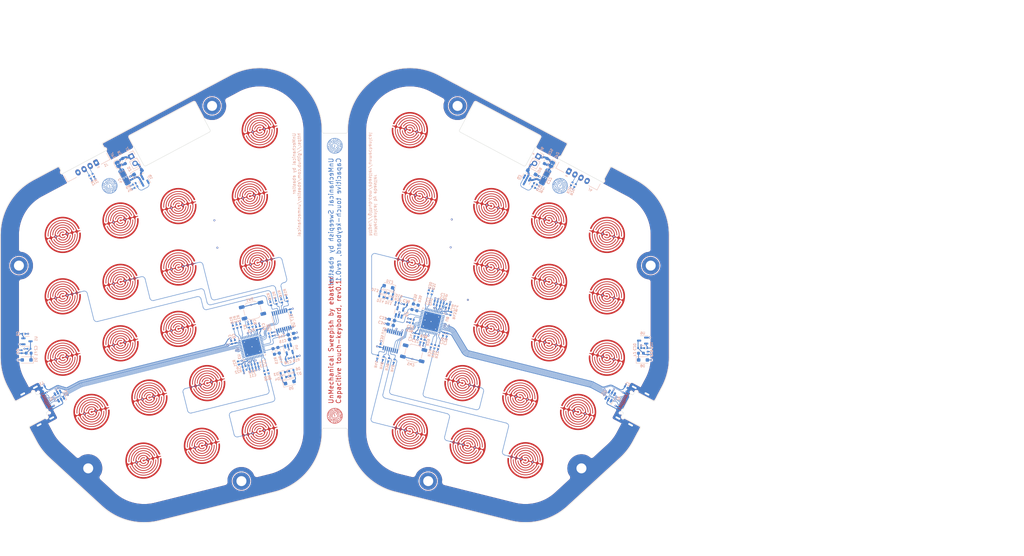
<source format=kicad_pcb>
(kicad_pcb (version 20221018) (generator pcbnew)

  (general
    (thickness 1.6)
  )

  (paper "A4")
  (layers
    (0 "F.Cu" signal)
    (1 "In1.Cu" signal)
    (2 "In2.Cu" signal)
    (31 "B.Cu" signal)
    (32 "B.Adhes" user "B.Adhesive")
    (33 "F.Adhes" user "F.Adhesive")
    (34 "B.Paste" user)
    (35 "F.Paste" user)
    (36 "B.SilkS" user "B.Silkscreen")
    (37 "F.SilkS" user "F.Silkscreen")
    (38 "B.Mask" user)
    (39 "F.Mask" user)
    (40 "Dwgs.User" user "User.Drawings")
    (41 "Cmts.User" user "User.Comments")
    (42 "Eco1.User" user "User.Eco1")
    (43 "Eco2.User" user "User.Eco2")
    (44 "Edge.Cuts" user)
    (45 "Margin" user)
    (46 "B.CrtYd" user "B.Courtyard")
    (47 "F.CrtYd" user "F.Courtyard")
    (48 "B.Fab" user)
    (49 "F.Fab" user)
    (50 "User.1" user)
    (51 "User.2" user)
    (52 "User.3" user)
    (53 "User.4" user)
    (54 "User.5" user)
    (55 "User.6" user)
    (56 "User.7" user)
    (57 "User.8" user)
    (58 "User.9" user)
  )

  (setup
    (stackup
      (layer "F.SilkS" (type "Top Silk Screen") (color "White"))
      (layer "F.Paste" (type "Top Solder Paste"))
      (layer "F.Mask" (type "Top Solder Mask") (color "Blue") (thickness 0.01))
      (layer "F.Cu" (type "copper") (thickness 0.035))
      (layer "dielectric 1" (type "prepreg") (color "FR4 natural") (thickness 0.1) (material "FR4") (epsilon_r 4.5) (loss_tangent 0.02))
      (layer "In1.Cu" (type "copper") (thickness 0.035))
      (layer "dielectric 2" (type "core") (thickness 1.24) (material "FR4") (epsilon_r 4.5) (loss_tangent 0.02))
      (layer "In2.Cu" (type "copper") (thickness 0.035))
      (layer "dielectric 3" (type "prepreg") (thickness 0.1) (material "FR4") (epsilon_r 4.5) (loss_tangent 0.02))
      (layer "B.Cu" (type "copper") (thickness 0.035))
      (layer "B.Mask" (type "Bottom Solder Mask") (color "Blue") (thickness 0.01))
      (layer "B.Paste" (type "Bottom Solder Paste"))
      (layer "B.SilkS" (type "Bottom Silk Screen") (color "White"))
      (copper_finish "None")
      (dielectric_constraints no)
    )
    (pad_to_mask_clearance 0)
    (grid_origin 73.97127 -24.399375)
    (pcbplotparams
      (layerselection 0x00510fc_ffffffff)
      (plot_on_all_layers_selection 0x0000000_00000000)
      (disableapertmacros false)
      (usegerberextensions true)
      (usegerberattributes true)
      (usegerberadvancedattributes true)
      (creategerberjobfile false)
      (dashed_line_dash_ratio 12.000000)
      (dashed_line_gap_ratio 3.000000)
      (svgprecision 4)
      (plotframeref false)
      (viasonmask false)
      (mode 1)
      (useauxorigin false)
      (hpglpennumber 1)
      (hpglpenspeed 20)
      (hpglpendiameter 15.000000)
      (dxfpolygonmode true)
      (dxfimperialunits true)
      (dxfusepcbnewfont true)
      (psnegative false)
      (psa4output false)
      (plotreference true)
      (plotvalue true)
      (plotinvisibletext false)
      (sketchpadsonfab false)
      (subtractmaskfromsilk true)
      (outputformat 1)
      (mirror false)
      (drillshape 0)
      (scaleselection 1)
      (outputdirectory "./fab")
    )
  )

  (net 0 "")
  (net 1 "+5V")
  (net 2 "GND")
  (net 3 "+3V3")
  (net 4 "/unmechanical-sweepish-l/nRST")
  (net 5 "/unmechanical-sweepish-l/aplex_out")
  (net 6 "/unmechanical-sweepish-r/nRST")
  (net 7 "/unmechanical-sweepish-r/aplex_out")
  (net 8 "unconnected-(J2-SBU1-PadA8)")
  (net 9 "unconnected-(J2-SBU2-PadB8)")
  (net 10 "unconnected-(U3-PF0-Pad5)")
  (net 11 "unconnected-(U3-PF1-Pad6)")
  (net 12 "unconnected-(U3-PA1-Pad9)")
  (net 13 "unconnected-(U3-PA2-Pad10)")
  (net 14 "unconnected-(U3-PA4-Pad12)")
  (net 15 "unconnected-(U3-PA7-Pad15)")
  (net 16 "unconnected-(U3-PC4-Pad16)")
  (net 17 "unconnected-(U3-PB0-Pad17)")
  (net 18 "unconnected-(U3-PB1-Pad18)")
  (net 19 "/unmechanical-sweepish-l/VBUS")
  (net 20 "unconnected-(U3-PB12-Pad25)")
  (net 21 "unconnected-(U3-PB13-Pad26)")
  (net 22 "unconnected-(U3-PB14-Pad27)")
  (net 23 "unconnected-(U3-PB15-Pad28)")
  (net 24 "unconnected-(U3-PC6-Pad29)")
  (net 25 "unconnected-(U3-PC10-Pad39)")
  (net 26 "unconnected-(U3-PC11-Pad40)")
  (net 27 "unconnected-(U3-PB3-Pad41)")
  (net 28 "unconnected-(U3-PB5-Pad43)")
  (net 29 "unconnected-(U3-PB7-Pad45)")
  (net 30 "/unmechanical-sweepish-l/USART3_RX")
  (net 31 "/unmechanical-sweepish-l/USART3_TX")
  (net 32 "/unmechanical-sweepish-r/VBUS")
  (net 33 "/unmechanical-sweepish-r/USART3_RX")
  (net 34 "/unmechanical-sweepish-r/USART3_TX")
  (net 35 "/unmechanical-sweepish-l/r0")
  (net 36 "/unmechanical-sweepish-l/c0")
  (net 37 "/unmechanical-sweepish-l/c1")
  (net 38 "/unmechanical-sweepish-l/c2")
  (net 39 "/unmechanical-sweepish-l/c3")
  (net 40 "/unmechanical-sweepish-l/c4")
  (net 41 "Net-(U4--)")
  (net 42 "/unmechanical-sweepish-l/r1")
  (net 43 "Net-(D2-A)")
  (net 44 "Net-(U9--)")
  (net 45 "/unmechanical-sweepish-l/r2")
  (net 46 "/unmechanical-sweepish-l/r3")
  (net 47 "/unmechanical-sweepish-r/r0")
  (net 48 "unconnected-(U5-~{E}-Pad6)")
  (net 49 "/unmechanical-sweepish-r/c0")
  (net 50 "/unmechanical-sweepish-r/c1")
  (net 51 "Net-(U3-PA5)")
  (net 52 "Net-(U3-PA6)")
  (net 53 "Net-(U3-PA13)")
  (net 54 "Net-(U3-PA14)")
  (net 55 "Net-(U3-PA15)")
  (net 56 "/unmechanical-sweepish-r/c2")
  (net 57 "/unmechanical-sweepish-r/c3")
  (net 58 "Net-(Q1-G)")
  (net 59 "/unmechanical-sweepish-r/c4")
  (net 60 "Net-(D1-K)")
  (net 61 "+5VL")
  (net 62 "GND1")
  (net 63 "+3.3V")
  (net 64 "/unmechanical-sweepish-r/r1")
  (net 65 "/unmechanical-sweepish-r/r2")
  (net 66 "Net-(D8-K)")
  (net 67 "/unmechanical-sweepish-r/r3")
  (net 68 "/unmechanical-sweepish-l/USBGND")
  (net 69 "/unmechanical-sweepish-r/USBGND")
  (net 70 "/unmechanical-sweepish-l/CC1")
  (net 71 "/unmechanical-sweepish-l/USB_D+")
  (net 72 "/unmechanical-sweepish-l/USB_D-")
  (net 73 "/unmechanical-sweepish-l/CC2")
  (net 74 "/unmechanical-sweepish-r/CC1")
  (net 75 "/unmechanical-sweepish-r/USB_D+")
  (net 76 "/unmechanical-sweepish-r/USB_D-")
  (net 77 "/unmechanical-sweepish-r/CC2")
  (net 78 "/unmechanical-sweepish-l/hapt")
  (net 79 "/unmechanical-sweepish-l/BOOT0")
  (net 80 "/unmechanical-sweepish-l/handsense")
  (net 81 "/unmechanical-sweepish-l/ADC")
  (net 82 "/unmechanical-sweepish-r/hapt")
  (net 83 "unconnected-(J5-SBU1-PadA8)")
  (net 84 "/unmechanical-sweepish-r/BOOT0")
  (net 85 "unconnected-(J5-SBU2-PadB8)")
  (net 86 "Net-(D9-A)")
  (net 87 "Net-(Q2-G)")
  (net 88 "/unmechanical-sweepish-r/ADC")
  (net 89 "/unmechanical-sweepish-r/handsense")
  (net 90 "Net-(U8-PA5)")
  (net 91 "Net-(U8-PA6)")
  (net 92 "Net-(U8-PA13)")
  (net 93 "Net-(U8-PA14)")
  (net 94 "Net-(U8-PA15)")
  (net 95 "Net-(J6-Pin_1)")
  (net 96 "/unmechanical-sweepish-l/amux_sel_2")
  (net 97 "unconnected-(U8-PF0-Pad5)")
  (net 98 "unconnected-(U8-PF1-Pad6)")
  (net 99 "Net-(J3-Pin_1)")
  (net 100 "unconnected-(U8-PA1-Pad9)")
  (net 101 "unconnected-(U8-PA2-Pad10)")
  (net 102 "unconnected-(U8-PA4-Pad12)")
  (net 103 "unconnected-(U8-PA7-Pad15)")
  (net 104 "unconnected-(U8-PC4-Pad16)")
  (net 105 "unconnected-(U8-PB0-Pad17)")
  (net 106 "unconnected-(U8-PB1-Pad18)")
  (net 107 "unconnected-(U8-PB12-Pad25)")
  (net 108 "unconnected-(U8-PB13-Pad26)")
  (net 109 "unconnected-(U8-PB14-Pad27)")
  (net 110 "unconnected-(U8-PB15-Pad28)")
  (net 111 "unconnected-(U8-PC6-Pad29)")
  (net 112 "unconnected-(U8-PC10-Pad39)")
  (net 113 "unconnected-(U8-PC11-Pad40)")
  (net 114 "unconnected-(U8-PB3-Pad41)")
  (net 115 "unconnected-(U8-PB5-Pad43)")
  (net 116 "unconnected-(U8-PB7-Pad45)")
  (net 117 "unconnected-(U10-~{E}-Pad6)")
  (net 118 "/unmechanical-sweepish-l/amux_sel_1")
  (net 119 "/unmechanical-sweepish-l/amux_sel_0")
  (net 120 "/unmechanical-sweepish-r/amux_sel_2")
  (net 121 "/unmechanical-sweepish-r/amux_sel_1")
  (net 122 "/unmechanical-sweepish-r/amux_sel_0")
  (net 123 "unconnected-(H2-Pad1)")
  (net 124 "unconnected-(H3-Pad1)")
  (net 125 "unconnected-(H4-Pad1)")
  (net 126 "unconnected-(H6-Pad1)")
  (net 127 "unconnected-(H7-Pad1)")
  (net 128 "unconnected-(H8-Pad1)")
  (net 129 "Net-(J1-Pin_2)")
  (net 130 "Net-(J1-Pin_3)")
  (net 131 "Net-(J4-Pin_2)")
  (net 132 "Net-(J4-Pin_3)")

  (footprint "ec_finger_touch:capsense_finger_1" (layer "F.Cu") (at -50.025363 23.277083 104))

  (footprint "ec_finger_touch:capsense_finger_1" (layer "F.Cu") (at 50.025366 23.277083 -104))

  (footprint "ec_finger_touch:capsense_finger_1" (layer "F.Cu") (at -68.509495 67.152074 104))

  (footprint "ec_finger_touch:capsense_finger_1" (layer "F.Cu") (at 50.025367 62.543463 -104))

  (footprint "ec_finger_touch:capsense_finger_1" (layer "F.Cu") (at -50.025362 42.910272 104))

  (footprint "ec_finger_touch:capsense_finger_1" (layer "F.Cu") (at -68.509495 27.885695 104))

  (footprint "ec_finger_touch:capsense_finger_1" (layer "F.Cu") (at 60.968269 104.538214 -104))

  (footprint "ec_finger_touch:capsense_finger_1" (layer "F.Cu") (at 68.5095 47.518886 -104))

  (footprint "MountingHole:MountingHole_3.2mm_M3_DIN965_Pad" (layer "F.Cu") (at 78.84414 107.126451 -118))

  (footprint "ec_finger_touch:capsense_finger_1" (layer "F.Cu") (at -86.993629 71.760686 104))

  (footprint "ec_finger_touch:capsense_finger_1" (layer "F.Cu") (at -86.993633 32.494307 104))

  (footprint "ec_finger_touch:capsense_finger_1" (layer "F.Cu") (at 50.025365 42.910273 -104))

  (footprint "MountingHole:MountingHole_3.2mm_M3_DIN965_Pad" (layer "F.Cu") (at 29.855164 111.209437 -118))

  (footprint "MountingHole:MountingHole_3.2mm_M3_DIN965_Pad" (layer "F.Cu") (at -39.240139 -8.752655 118))

  (footprint "ec_finger_touch:capsense_finger_1" (layer "F.Cu") (at -50.025362 62.543462 104))

  (footprint "ec_finger_touch:capsense_finger_1" (layer "F.Cu")
    (tstamp 6560a3b4-baa3-471f-8ab5-59180c0c8d66)
    (at 24.000002 -0.999999 -104)
    (property "Sheetfile" "unmechanical-sweepish-r.kicad_sch")
    (property "Sheetname" "unmechanical-sweepish-r")
    (property "ki_description" "Jumper, 2-pole, open")
    (property "ki_keywords" "Jumper SPST")
    (path "/23ec7e89-baef-4d2a-a39c-7983cbe4b3eb/73ba706b-8399-467f-89b4-e768fd8cddf2")
    (attr smd)
    (fp_text reference "EC34" (at 0 -0.5 -104 unlocked) (layer "F.SilkS") hide
        (effects (font (size 1 1) (thickness 0.1)))
      (tstamp 8858d28b-53d3-4f00-9bc9-694ca809c040)
    )
    (fp_text value "EC" (at 0 1 -104 unlocked) (layer "F.Fab")
        (effects (font (size 1 1) (thickness 0.15)))
      (tstamp 50422039-4734-42bc-95e2-a2283d84ec7f)
    )
    (fp_text user "${REFERENCE}" (at 0 2.5 -104 unlocked) (layer "F.Fab")
        (effects (font (size 1 1) (thickness 0.15)))
      (tstamp f63ffbfd-4b34-4665-842e-48b87f1315fc)
    )
    (pad "1" smd custom (at 0 1.450889 256) (size 0.5 0.5) (layers "F.Cu")
      (net 67 "/unmechanical-sweepish-r/r3") (pinfunction "A") (pintype "passive")
      (options (clearance outline) (anchor circle))
      (primitives
        (gr_poly
          (pts
            (arc (start -0.681061 -2.843245) (mid -1.517028 -1.768893) (end -1.182895 -0.44926))
            (arc (start -1.182895 -0.44926) (mid -0.518526 -0.273633) (end -0.125 -0.836988))
            (arc (start -0.125 -0.917621) (mid -0.154912 -1.104704) (end -0.241667 -1.273133))
            (arc (start -0.241667 -1.273133) (mid 0 -1.750889) (end 0.241667 -1.273133))
            (arc (start 0.241667 -1.273133) (mid 0.154913 -1.104703) (end 0.125 -0.917621))
            (arc (start 0.125 -0.836988) (mid 0.518525 -0.273633) (end 1.182895 -0.44926))
            (arc (start 1.182895 -0.44926) (mid 1.517028 -1.768892) (end 0.681061 -2.843245))
            (arc (start 0.681061 -2.843245) (mid 0.640163 -2.880131) (end 0.625 -2.933075))
            (arc (start 0.625 -2.988541) (mid 0.671438 -3.073035) (end 0.767647 -3.078992))
            (arc (start 0.767647 -3.078992) (mid 1.795979 -1.33064) (end 0.54375 0.265018))
            (arc (start 0.54375 0.265018) (mid 0.240875 0.482548) (end 0.125 0.836987))
            (arc (start 0.125 0.889383) (mid 0.369002 1.372359) (end 0.902551 1.462511))
            (arc (start 0.902551 1.462511) (mid 3.048228 -1.554837) (end 0.701984 -4.419006))
            (arc (start 0.701984 -4.419006) (mid 0.646574 -4.454279) (end 0.625 -4.516321))
            (arc (start 0.625 -4.567678) (mid 0.66281 -4.645999) (end 0.747656 -4.665078))
            (arc (start 0.747656 -4.665078) (mid 3.299287 -1.382317) (end 0.613462 1.791589))
            (arc (start 0.613462 1.791589) (mid 0.262981 1.998327) (end 0.125 2.381131))
            (arc (start 0.125 2.432006) (mid 0.341644 2.893567) (end 0.835127 3.021813))
            (arc (start 0.835127 3.021813) (mid 4.549553 -1.514674) (end 0.709409 -5.945245))
            (arc (start 0.709409 -5.945245) (mid 0.648974 -5.979057) (end 0.625 -6.044022))
            (arc (start 0.625 -6.094635) (mid 0.659986 -6.170571) (end 0.740426 -6.193438))
            (arc (start 0.740426 -6.193438) (mid 4.799755 -1.402391) (end 0.644444 3.305653))
            (arc (start 0.644444 3.305653) (mid 0.273152 3.505464) (end 0.125 3.900221))
            (arc (start 0.125 4.249056) (mid 0.095866 4.319612) (end 0.025439 4.349055))
            (arc (start 0.025439 4.349055) (mid 0 4.349111) (end -0.025439 4.349055))
            (arc (start -0.025439 4.349055) (mid -0.095866 4.319612) (end -0.125 4.249056))
            (arc (start -0.125 3.900221) (mid -0.273151 3.505463) (end -0.644444 3.305653))
            (arc (start -0.644444 3.305653) (mid -4.799755 -1.402391) (end -0.740426 -6.193438))
            (arc (start -0.740426 -6.193438) (mid -0.659971 -6.170604) (end -0.625 -6.094635))
            (arc (start -0.625 -6.044022) (mid -0.648977 -5.979057) (end -0.709409 -5.945245))
            (arc (start -0.709409 -5.945245) (mid -4.549553 -1.514674) (end -0.835127 3.021813))
            (arc (start -0.835127 3.021813) (mid -0.341644 2.893567) (end -0.125 2.432006))
            (arc (start -0.125 2.381131) (mid -0.262981 1.998327) (end -0.613462 1.791589))
            (arc (start -0.613462 1.791589) (mid -3.299287 -1.382317) (end -0.747656 -4.665078))
            (arc (start -0.747656 -4.665078) (mid -0.662813 -4.64599) (end -0.625 -4.567678))
            (arc (start -0.625 -4.516321) (mid -0.646573 -4.454279) (end -0.701984 -4.419006))
            (arc (start -0.701984 -4.419006) (mid -3.048228 -1.554837) (end -0.902551 1.462511))
            (arc (start -0.902551 1.462511) (mid -0.369002 1.372359) (end -0.125 0.889383))
            (arc (start -0.125 0.836987) (mid -0.240877 0.482551) (end -0.54375 0.265018))
            (arc (start -0.54375 0.265018) (mid -1.795979 -1.33064) (end -0.767647 -3.078992))
            (arc (start -0.767647 -3.078992) (mid -0.671449 -3.072995) (end -0.625 -2.988541))
            (arc (start -0.625 -2.933075) (mid -0.640165 -2.880131) (end -0.681061 -2.843245))
          )
          (width 0) (fill yes))
      ) (tstamp 84cc7c46-5ce5-4eb6-9dd5-a301fb2a5131))
    (pad "1" thru_hole circle (at 0 1.450889 256) (size 0.6 0.6) (drill 0.3) (layers "*.Cu")
      (net 67 "/unmechanical-sweepish-r/r3") (pinfunction "A") (pintype "passive") (tstamp a903410e-f18f-4cfe-a251-29fb26cb8d9e))
    (pad "2" smd custom (at 0 -2.301542 256) (size 0.5 0.5) (layers "F.Cu")
      (net 49 "/unmechanical-sweepish-r/c0") (pinfunction "B") (pintype "passive")
      (options (clearance outline) (anchor circle))
      (primitives
        (gr_poly
          (pts
            (arc (start 0.817553 -2.935022) (mid 0.334827 -2.79802) (end 0.125 -2.342204))
            (arc (start 0.125 -2.291591) (mid 0.268859 -1.901802) (end 0.631452 -1.698929))
            (arc (start 0.631452 -1.698929) (mid 4.049602 2.244767) (end 0.743354 6.282738))
            (arc (start 0.743354 6.282738) (mid 0.661109 6.261363) (end 0.625 6.184437))
            (arc (start 0.625 6.133562) (mid 0.647989 6.069751) (end 0.70641 6.035305))
            (arc (start 0.70641 6.035305) (mid 3.799179 2.380504) (end 0.860937 -1.399645))
            (arc (start 0.860937 -1.399645) (mid 0.351876 -1.285129) (end 0.125 -0.815247))
            (arc (start 0.125 -0.76389) (mid 0.254439 -0.391638) (end 0.586905 -0.179998))
            (arc (start 0.586905 -0.179998) (mid 2.548518 2.214635) (end 0.754592 4.737336))
            (arc (start 0.754592 4.737336) (mid 0.665666 4.72231) (end 0.625 4.641814))
            (arc (start 0.625 4.589418) (mid 0.644322 4.530357) (end 0.694792 4.49409))
            (arc (start 0.694792 4.49409) (mid 2.294862 2.455194) (end 0.980882 0.221189))
            (arc (start 0.980882 0.221189) (mid 0.403698 0.257172) (end 0.125 0.76389))
            (arc (start 0.125 0.819356) (mid 0.21599 1.137018) (end 0.461364 1.358333))
            (arc (start 0.461364 1.358333) (mid 1.027664 2.08612) (end 0.801316 2.980065))
            (arc (start 0.801316 2.980065) (mid 0.690587 3.009336) (end 0.625 2.915443))
            (arc (start 0.625 2.83481) (mid 0.629994 2.803634) (end 0.644444 2.775558))
            (arc (start 0.644444 2.775558) (mid 0 1.501542) (end -0.644444 2.775558))
            (arc (start -0.644444 2.775558) (mid -0.629985 2.80363) (end -0.625 2.83481))
            (arc (start -0.625 2.915443) (mid -0.690587 3.009335) (end -0.801316 2.980065))
            (arc (start -0.801316 2.980065) (mid -1.027664 2.08612) (end -0.461364 1.358333))
            (arc (start -0.461364 1.358333) (mid -0.21599 1.137018) (end -0.125 0.819356))
            (arc (start -0.125 0.76389) (mid -0.403697 0.257171) (end -0.980882 0.221189))
            (arc (start -0.980882 0.221189) (mid -2.294862 2.455194) (end -0.694792 4.49409))
            (arc (start -0.694792 4.49409) (mid -0.644313 4.530345) (end -0.625 4.589418))
            (arc (start -0.625 4.641814) (mid -0.665667 4.72231) (end -0.754592 4.737336))
            (arc (start -0.754592 4.737336) (mid -2.54852 2.214635) (end -0.586905 -0.179998))
            (arc (start -0.586905 -0.179998) (mid -0.254438 -0.391638) (end -0.125 -0.76389))
            (arc (start -0.125 -0.815247) (mid -0.35188 -1.285121) (end -0.860938 -1.399645))
            (arc (start -0.860938 -1.399645) (mid -3.79918 2.380504) (end -0.70641 6.035305))
            (arc (start -0.70641 6.035305) (mid -0.647997 6.069761) (end -0.625 6.133562))
            (arc (start -0.625 6.184437) (mid -0.661107 6.261364) (end -0.743354 6.282738))
            (arc (start -0.743354 6.282738) (mid -4.049602 2.244767) (end -0.631452 -1.698929))
            (arc (start -0.631452 -1.698929) (mid -0.268859 -1.901802) (end -0.125 -2.291591))
            (arc (start -0.125 -2.342204) (mid -0.334829 -2.798017) (end -0.817553 -2.935022))
            (arc (start -0.817553 -2.935022) (mid -5.299729 2.355092) (end -0.711574 7.553557))
            (arc (start -0.711574 7.553557) (mid -0.649692 7.586859) (end -0.625 7.652652))
            (arc (start -0.625 7.955247) (mid -0.658939 8.03032) (end -0.737719 8.054434))
            (arc (start -0.737719 8.054434) (mid 0 -3.498458) (end 0.737719 8.054434))
            (arc (start 0.737719 8.054434) (mid 0.658938 8.03032) (end 0.625 7.955247))
            (arc (start 0.625 7.652652) (mid 0.649688 7.586853) (end 0.711574 7.553557))
            (arc (start 0.711574 7.553557) (mid 5.299729 2.355092) (end 0.817553 -2.935022))
          )
          (width 0) (fill yes))
      ) (tstamp 9dd8385e-a717-4393-9420-416365ddb2f1))
    (pad "2" thru_hole circle (at 0 -2.301542 256) (size 0.6 0.6) (drill 0.3) (layers "*.Cu")
      (net 49 "/unmechanical-sweepish-r/c0") (pinfunction "B") (pintype "passive") (tstamp 02ec42ee-d2f9-47bd-8cf7-198a193890a0))
    (zone (net 0) (net_name "") (layers "*.Cu") (tstamp c1818627-6db3-4c7b-9b23-3a8b47b533d8) (name "No fill") (hatch edge 0.5)
      (connect_pads (clearance 0))
      (min_thickness 0.25) (filled_areas_thickness no)
      (keepout (tracks allowed) (vias allowed) (pads allowed) (copperpour not_allowed) (footprints allowed))
      (fill (thermal_gap 0.5) (thermal_bridge_width 0.5))
      (polygon
        (pts
          (xy 22.354933 5.598012)
          (xy 22.864833 5.70458)
          (xy 23.381394 5.771805)
          (xy 23.901586 5.799289)
          (xy 24.422355 5.786872)
          (xy 24.940646 5.734627)
          (xy 25.453416 5.642861)
          (xy 25.957658 5.512111)
          (xy 26.450411 5.343147)
          (xy 26.928784 5.136957)
          (xy 27.38997 4.894755)
          (xy 27.831262 4.617959)
          (xy 28.250071 4.308195)
          (xy 28.643938 3.967279)
          (xy 29.010553 3.597215)
          (xy 29.347765 3.200172)
          (xy 29.653593 2.77848)
          (xy 29.926245 2.334615)
          (xy 30.164118 1.871182)
          (xy 30.365818 1.390898)
          (xy 30.53016 0.896585)
          (xy 30.656182 0.39114)
          (xy 30.743142 -0.122466)
          (xy 30.790531 -0.641224)
          (xy 30.79807 -1.162086)
          (xy 30.765715 -1.681998)
          (xy 30.693657 -2.197907)
          (xy 30.582317 -2.706787)
          (xy 30.43235 -3.205649)
          (xy 30.244636 -3.691569)
          (xy 30.020275 -4.161694)
          (xy 29.760585 -4.613264)
          (xy 29.46709 -5.04363)
          (xy 29.141511 -5.450267)
          (xy 28.78576 -5.830787)
          (xy 28.401925 -6.18296)
          (xy 27.992257 -6.504716)
          (xy 27.55916 -6.794167)
          (xy 27.105178 -7.049617)
          (xy 26.632973 -7.269566)
          (xy 26.145317 -7.452721)
          (xy 25.645071 -7.59801)
          (xy 25.135171 -7.704578)
          (xy 24.61861 -7.771803)
          (xy 24.098418 -7.799287)
          (xy 23.577649 -7.78687)
          (xy 23.059358 -7.734625)
          (xy 22.546588 -7.642859)
          (xy 22.042346 -7.512109)
          (xy 21.549593 -7.343145)
          (xy 21.07122 -7.136955)
          (xy 20.610034 -6.894753)
          (xy 20.168742 -6.617957)
          (xy 19.749933 -6.308193)
          (xy 19.356066 -5.967277)
          (xy 18.989451 -5.597213)
          (xy 18.652239 -5.20017)
          (xy 18.346411 -4.778478)
          (xy 18.073759 -4.334613)
          (xy 17.835886 -3.87118)
          (xy 17.634186 -3.390896)
          (xy 17.4
... [2073931 chars truncated]
</source>
